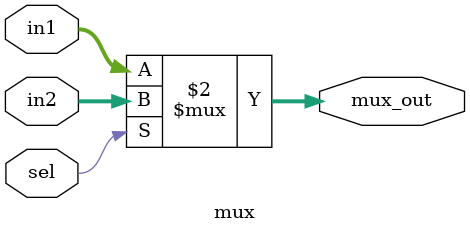
<source format=sv>

module mux(
        input sel,
        input [31:0] in1,in2,
        output logic [31:0] mux_out
    );
    always_comb begin 
        mux_out = sel ? in2 : in1;
    end
endmodule

</source>
